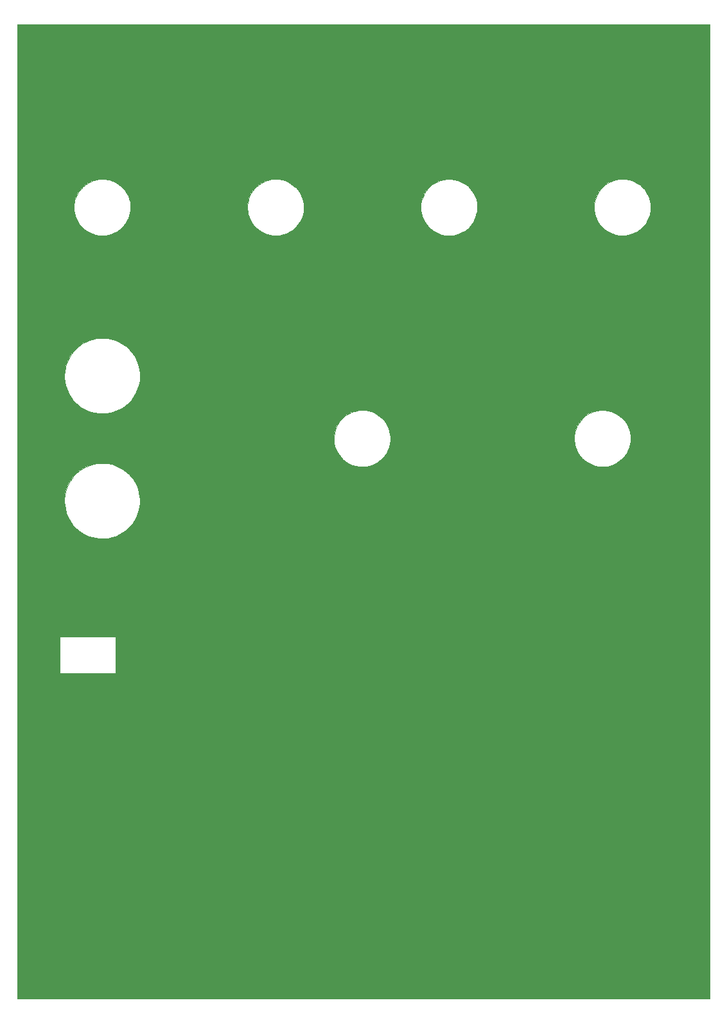
<source format=gbr>
%TF.GenerationSoftware,KiCad,Pcbnew,(5.1.6)-1*%
%TF.CreationDate,2021-02-11T15:37:54+05:30*%
%TF.ProjectId,Valance_Panel,56616c61-6e63-4655-9f50-616e656c2e6b,rev?*%
%TF.SameCoordinates,Original*%
%TF.FileFunction,Copper,L2,Bot*%
%TF.FilePolarity,Positive*%
%FSLAX46Y46*%
G04 Gerber Fmt 4.6, Leading zero omitted, Abs format (unit mm)*
G04 Created by KiCad (PCBNEW (5.1.6)-1) date 2021-02-11 15:37:54*
%MOMM*%
%LPD*%
G01*
G04 APERTURE LIST*
%TA.AperFunction,EtchedComponent*%
%ADD10C,0.010000*%
%TD*%
%TA.AperFunction,ComponentPad*%
%ADD11C,6.250000*%
%TD*%
%TA.AperFunction,ComponentPad*%
%ADD12C,5.000000*%
%TD*%
%TA.AperFunction,ComponentPad*%
%ADD13C,3.000000*%
%TD*%
%TA.AperFunction,ComponentPad*%
%ADD14C,3.200000*%
%TD*%
%TA.AperFunction,ComponentPad*%
%ADD15C,0.400000*%
%TD*%
G04 APERTURE END LIST*
D10*
%TO.C,G\u002A\u002A\u002A*%
G36*
X45650000Y-64250000D02*
G01*
X-45650000Y-64250000D01*
X-45650000Y-16525000D01*
X-40050000Y-16525000D01*
X-40050000Y-21300000D01*
X-32675000Y-21300000D01*
X-32675000Y-16525000D01*
X-40050000Y-16525000D01*
X-45650000Y-16525000D01*
X-45650000Y1221987D01*
X-39443903Y1221987D01*
X-39413158Y822239D01*
X-39331695Y337301D01*
X-39203451Y-133083D01*
X-39030232Y-586159D01*
X-38813843Y-1019174D01*
X-38556091Y-1429374D01*
X-38258782Y-1814007D01*
X-37923722Y-2170320D01*
X-37552716Y-2495559D01*
X-37147571Y-2786970D01*
X-36975409Y-2894012D01*
X-36595127Y-3096535D01*
X-36192083Y-3264029D01*
X-35761619Y-3397988D01*
X-35299080Y-3499906D01*
X-34900000Y-3559718D01*
X-34811965Y-3565557D01*
X-34685250Y-3567523D01*
X-34530993Y-3566041D01*
X-34360329Y-3561534D01*
X-34184396Y-3554426D01*
X-34014329Y-3545142D01*
X-33861265Y-3534104D01*
X-33736340Y-3521737D01*
X-33675000Y-3513101D01*
X-33181532Y-3404902D01*
X-32708065Y-3251994D01*
X-32256935Y-3056122D01*
X-31830474Y-2819031D01*
X-31431017Y-2542467D01*
X-31060898Y-2228176D01*
X-30722450Y-1877902D01*
X-30418006Y-1493391D01*
X-30149902Y-1076388D01*
X-29975521Y-746360D01*
X-29783317Y-292389D01*
X-29638518Y172556D01*
X-29540704Y645072D01*
X-29489457Y1121754D01*
X-29484355Y1599200D01*
X-29524979Y2074004D01*
X-29610909Y2542764D01*
X-29741725Y3002075D01*
X-29917007Y3448533D01*
X-30136335Y3878736D01*
X-30399289Y4289278D01*
X-30634333Y4593573D01*
X-30960572Y4951034D01*
X-31307139Y5265559D01*
X-31680576Y5542276D01*
X-32087428Y5786311D01*
X-32287500Y5888955D01*
X-32745326Y6085405D01*
X-33214397Y6233986D01*
X-33691592Y6334690D01*
X-34173786Y6387510D01*
X-34657854Y6392438D01*
X-35140674Y6349466D01*
X-35619120Y6258588D01*
X-36090069Y6119795D01*
X-36550397Y5933080D01*
X-36621361Y5899480D01*
X-37056733Y5662298D01*
X-37461025Y5387710D01*
X-37832641Y5078611D01*
X-38169990Y4737902D01*
X-38471477Y4368479D01*
X-38735509Y3973241D01*
X-38960492Y3555085D01*
X-39144833Y3116911D01*
X-39286938Y2661616D01*
X-39385214Y2192098D01*
X-39438067Y1711256D01*
X-39443903Y1221987D01*
X-45650000Y1221987D01*
X-45650000Y9479087D01*
X-3925221Y9479087D01*
X-3881985Y9051296D01*
X-3792756Y8638131D01*
X-3659117Y8242345D01*
X-3482651Y7866693D01*
X-3264938Y7513928D01*
X-3007563Y7186803D01*
X-2712107Y6888073D01*
X-2380154Y6620490D01*
X-2013285Y6386808D01*
X-1837500Y6293583D01*
X-1450135Y6127804D01*
X-1047304Y6008994D01*
X-631730Y5937547D01*
X-206138Y5913860D01*
X226750Y5938327D01*
X425000Y5965443D01*
X752891Y6037859D01*
X1091211Y6148540D01*
X1426175Y6292005D01*
X1743999Y6462773D01*
X1862500Y6537011D01*
X2198643Y6786614D01*
X2502654Y7072193D01*
X2772092Y7389564D01*
X3004517Y7734543D01*
X3197490Y8102945D01*
X3348570Y8490585D01*
X3455319Y8893280D01*
X3515295Y9306844D01*
X3520880Y9381250D01*
X3525705Y9725795D01*
X27761106Y9725795D01*
X27762511Y9481965D01*
X27774696Y9248388D01*
X27797679Y9039445D01*
X27819537Y8918538D01*
X27934365Y8496187D01*
X28086143Y8105568D01*
X28277150Y7742387D01*
X28509662Y7402348D01*
X28785958Y7081159D01*
X28804492Y7061861D01*
X29103614Y6779682D01*
X29414069Y6542291D01*
X29743351Y6344621D01*
X30098950Y6181609D01*
X30117054Y6174473D01*
X30525787Y6039129D01*
X30936561Y5952875D01*
X31352865Y5915336D01*
X31778189Y5926139D01*
X32087797Y5962986D01*
X32501097Y6052482D01*
X32898110Y6188804D01*
X33276703Y6370823D01*
X33634743Y6597410D01*
X33970097Y6867435D01*
X34179024Y7069998D01*
X34456504Y7393558D01*
X34690861Y7738628D01*
X34882187Y8101576D01*
X35030576Y8478770D01*
X35136120Y8866574D01*
X35198915Y9261358D01*
X35219052Y9659486D01*
X35196625Y10057326D01*
X35131729Y10451245D01*
X35024455Y10837609D01*
X34874898Y11212785D01*
X34683151Y11573141D01*
X34449307Y11915042D01*
X34173460Y12234856D01*
X34042921Y12363771D01*
X33716912Y12636627D01*
X33360014Y12871652D01*
X32976347Y13066715D01*
X32570031Y13219685D01*
X32200000Y13317152D01*
X32062601Y13338499D01*
X31888153Y13353674D01*
X31689190Y13362676D01*
X31478246Y13365504D01*
X31267856Y13362158D01*
X31070555Y13352638D01*
X30898877Y13336943D01*
X30775000Y13317191D01*
X30346933Y13202402D01*
X29946296Y13046056D01*
X29571388Y12847234D01*
X29220508Y12605016D01*
X28891953Y12318482D01*
X28848923Y12276062D01*
X28564196Y11961231D01*
X28324104Y11629384D01*
X28126157Y11275913D01*
X27967864Y10896209D01*
X27846734Y10485665D01*
X27821387Y10375000D01*
X27790562Y10186693D01*
X27770462Y9965498D01*
X27761106Y9725795D01*
X3525705Y9725795D01*
X3526943Y9814198D01*
X3487394Y10229400D01*
X3401333Y10631488D01*
X3267863Y11025093D01*
X3150914Y11287500D01*
X2943388Y11656646D01*
X2696893Y11997342D01*
X2415064Y12306946D01*
X2101536Y12582814D01*
X1759947Y12822306D01*
X1393932Y13022777D01*
X1007126Y13181586D01*
X603166Y13296091D01*
X315820Y13347957D01*
X109080Y13367536D01*
X-127272Y13374860D01*
X-374461Y13370281D01*
X-613716Y13354154D01*
X-826262Y13326831D01*
X-828766Y13326403D01*
X-1240208Y13231564D01*
X-1632615Y13092914D01*
X-2003300Y12913412D01*
X-2349578Y12696019D01*
X-2668764Y12443695D01*
X-2958171Y12159398D01*
X-3215115Y11846088D01*
X-3436909Y11506726D01*
X-3620869Y11144271D01*
X-3764307Y10761682D01*
X-3864540Y10361919D01*
X-3918881Y9947943D01*
X-3920881Y9918750D01*
X-3925221Y9479087D01*
X-45650000Y9479087D01*
X-45650000Y18077964D01*
X-39444716Y18077964D01*
X-39438788Y17610362D01*
X-39389198Y17149896D01*
X-39297500Y16699233D01*
X-39165247Y16261045D01*
X-38993994Y15837998D01*
X-38785292Y15432764D01*
X-38540695Y15048010D01*
X-38261756Y14686407D01*
X-37950030Y14350623D01*
X-37607068Y14043328D01*
X-37234425Y13767191D01*
X-36833653Y13524880D01*
X-36406306Y13319066D01*
X-35953938Y13152417D01*
X-35478101Y13027602D01*
X-35412500Y13014173D01*
X-35049426Y12959148D01*
X-34662637Y12931079D01*
X-34270927Y12930593D01*
X-33893086Y12958316D01*
X-33858915Y12962400D01*
X-33367180Y13048082D01*
X-32890785Y13180862D01*
X-32432238Y13359513D01*
X-31994046Y13582808D01*
X-31578716Y13849520D01*
X-31188756Y14158421D01*
X-30940650Y14390650D01*
X-30610686Y14754597D01*
X-30322596Y15142577D01*
X-30076560Y15551321D01*
X-29872756Y15977559D01*
X-29711365Y16418021D01*
X-29592566Y16869438D01*
X-29516538Y17328540D01*
X-29483460Y17792059D01*
X-29493513Y18256725D01*
X-29546874Y18719267D01*
X-29643724Y19176417D01*
X-29784242Y19624905D01*
X-29968608Y20061462D01*
X-30197001Y20482819D01*
X-30469599Y20885705D01*
X-30576722Y21023278D01*
X-30912817Y21400830D01*
X-31279088Y21738935D01*
X-31673634Y22036495D01*
X-32094552Y22292418D01*
X-32539939Y22505608D01*
X-33007895Y22674969D01*
X-33496516Y22799407D01*
X-33737500Y22842807D01*
X-33916780Y22864051D01*
X-34128707Y22878164D01*
X-34359715Y22885163D01*
X-34596237Y22885063D01*
X-34824706Y22877884D01*
X-35031557Y22863640D01*
X-35203222Y22842350D01*
X-35211427Y22840966D01*
X-35714559Y22732318D01*
X-36189452Y22583376D01*
X-36639193Y22392813D01*
X-37066867Y22159307D01*
X-37475561Y21881532D01*
X-37512500Y21853565D01*
X-37621503Y21764190D01*
X-37752410Y21647341D01*
X-37894517Y21513447D01*
X-38037119Y21372939D01*
X-38169511Y21236244D01*
X-38280990Y21113793D01*
X-38324451Y21062500D01*
X-38568172Y20734098D01*
X-38792136Y20370879D01*
X-38988836Y19986505D01*
X-39150762Y19594636D01*
X-39185001Y19496888D01*
X-39319376Y19023896D01*
X-39405430Y18550032D01*
X-39444716Y18077964D01*
X-45650000Y18077964D01*
X-45650000Y40035141D01*
X-38187534Y40035141D01*
X-38180040Y39821808D01*
X-38164955Y39628755D01*
X-38142281Y39469924D01*
X-38141004Y39463408D01*
X-38031128Y39034294D01*
X-37877579Y38628114D01*
X-37681718Y38246922D01*
X-37444909Y37892770D01*
X-37168512Y37567711D01*
X-36853890Y37273797D01*
X-36525000Y37028079D01*
X-36164682Y36816380D01*
X-35779456Y36646776D01*
X-35368000Y36518795D01*
X-34928989Y36431969D01*
X-34800000Y36414855D01*
X-34684437Y36407462D01*
X-34533239Y36406950D01*
X-34360180Y36412532D01*
X-34179035Y36423424D01*
X-34003578Y36438841D01*
X-33847583Y36457999D01*
X-33750000Y36474682D01*
X-33329916Y36584659D01*
X-32930522Y36738675D01*
X-32554728Y36934548D01*
X-32205439Y37170095D01*
X-31885563Y37443135D01*
X-31598009Y37751485D01*
X-31345684Y38092963D01*
X-31152482Y38424166D01*
X-31010813Y38726119D01*
X-30900402Y39027875D01*
X-30813528Y39351188D01*
X-30797310Y39425000D01*
X-30766764Y39616013D01*
X-30746994Y39840318D01*
X-30742374Y39966560D01*
X-15335282Y39966560D01*
X-15291148Y39550398D01*
X-15237289Y39282065D01*
X-15113733Y38867268D01*
X-14946667Y38476926D01*
X-14735779Y38110498D01*
X-14480757Y37767440D01*
X-14181289Y37447211D01*
X-14180653Y37446600D01*
X-13850223Y37163165D01*
X-13495072Y36923074D01*
X-13116361Y36726890D01*
X-12715253Y36575179D01*
X-12292910Y36468505D01*
X-12100000Y36435888D01*
X-11924485Y36418727D01*
X-11716477Y36411434D01*
X-11492422Y36413622D01*
X-11268762Y36424900D01*
X-11061942Y36444881D01*
X-10938616Y36463364D01*
X-10530805Y36561363D01*
X-10139354Y36704743D01*
X-9767674Y36890594D01*
X-9419179Y37116002D01*
X-9097282Y37378054D01*
X-8805397Y37673838D01*
X-8546936Y38000442D01*
X-8325313Y38354952D01*
X-8143940Y38734456D01*
X-8079744Y38902988D01*
X-8013012Y39104331D01*
X-7962897Y39287927D01*
X-7927347Y39466967D01*
X-7904306Y39654644D01*
X-7891720Y39864147D01*
X-7887536Y40108668D01*
X-7887500Y40137500D01*
X-7887780Y40206997D01*
X7525071Y40206997D01*
X7541267Y39801323D01*
X7600539Y39400034D01*
X7702056Y39007290D01*
X7844987Y38627246D01*
X8028500Y38264062D01*
X8251764Y37921894D01*
X8513948Y37604901D01*
X8799590Y37329765D01*
X9143735Y37065090D01*
X9509786Y36843336D01*
X9894145Y36665596D01*
X10293216Y36532968D01*
X10703401Y36446544D01*
X11121102Y36407422D01*
X11542721Y36416695D01*
X11732524Y36436917D01*
X12161710Y36518209D01*
X12569991Y36644885D01*
X12956671Y36816590D01*
X13321054Y37032972D01*
X13662442Y37293681D01*
X13934519Y37550384D01*
X14220281Y37881034D01*
X14463310Y38236476D01*
X14662443Y38614446D01*
X14816520Y39012677D01*
X14924379Y39428904D01*
X14940021Y39512500D01*
X14966397Y39717652D01*
X14980993Y39953656D01*
X14983584Y40182908D01*
X30381989Y40182908D01*
X30400473Y39771196D01*
X30463966Y39367042D01*
X30570831Y38973960D01*
X30719436Y38595462D01*
X30908146Y38235062D01*
X31135326Y37896274D01*
X31399342Y37582612D01*
X31698559Y37297589D01*
X32031344Y37044719D01*
X32396061Y36827515D01*
X32446359Y36801768D01*
X32833589Y36634073D01*
X33240587Y36508635D01*
X33655397Y36429095D01*
X33680745Y36425802D01*
X33827493Y36414238D01*
X34008438Y36410612D01*
X34208515Y36414305D01*
X34412658Y36424696D01*
X34605801Y36441167D01*
X34772880Y36463098D01*
X34827561Y36472964D01*
X35242157Y36580369D01*
X35637465Y36732081D01*
X36010405Y36925405D01*
X36357900Y37157648D01*
X36676873Y37426114D01*
X36964245Y37728110D01*
X37216938Y38060940D01*
X37431875Y38421910D01*
X37605977Y38808326D01*
X37657006Y38950000D01*
X37722005Y39156228D01*
X37770154Y39344811D01*
X37803536Y39529710D01*
X37824236Y39724883D01*
X37834337Y39944290D01*
X37836180Y40150000D01*
X37835101Y40326332D01*
X37832244Y40464238D01*
X37826567Y40575285D01*
X37817029Y40671042D01*
X37802588Y40763077D01*
X37782204Y40862958D01*
X37765289Y40937500D01*
X37643264Y41358090D01*
X37478570Y41755789D01*
X37273292Y42127919D01*
X37029517Y42471805D01*
X36749330Y42784771D01*
X36434816Y43064138D01*
X36088062Y43307232D01*
X35788792Y43473819D01*
X35550232Y43585744D01*
X35328920Y43673305D01*
X35103607Y43744046D01*
X34856651Y43804718D01*
X34678479Y43834114D01*
X34465406Y43853604D01*
X34231538Y43863184D01*
X33990983Y43862850D01*
X33757849Y43852600D01*
X33546243Y43832427D01*
X33382789Y43805121D01*
X32960615Y43688892D01*
X32561185Y43530197D01*
X32187038Y43331481D01*
X31840711Y43095189D01*
X31524742Y42823767D01*
X31241670Y42519659D01*
X30994033Y42185310D01*
X30784368Y41823167D01*
X30615215Y41435674D01*
X30489110Y41025276D01*
X30486581Y41014948D01*
X30410146Y40598663D01*
X30381989Y40182908D01*
X14983584Y40182908D01*
X14983809Y40202772D01*
X14974846Y40447259D01*
X14954103Y40669376D01*
X14940021Y40762500D01*
X14842370Y41180182D01*
X14701274Y41577149D01*
X14519543Y41950921D01*
X14299988Y42299016D01*
X14045418Y42618952D01*
X13758644Y42908247D01*
X13442476Y43164419D01*
X13099725Y43384987D01*
X12733201Y43567468D01*
X12345714Y43709380D01*
X11940075Y43808243D01*
X11519094Y43861573D01*
X11424682Y43866950D01*
X10989720Y43861771D01*
X10563437Y43807662D01*
X10148159Y43705185D01*
X9746211Y43554902D01*
X9392259Y43376086D01*
X9060059Y43158568D01*
X8747155Y42899121D01*
X8459372Y42603967D01*
X8202535Y42279328D01*
X7982470Y41931426D01*
X7907679Y41790402D01*
X7743256Y41408760D01*
X7625234Y41014874D01*
X7552783Y40612900D01*
X7525071Y40206997D01*
X-7887780Y40206997D01*
X-7888238Y40320600D01*
X-7891006Y40464597D01*
X-7896637Y40580375D01*
X-7905964Y40678817D01*
X-7919819Y40770805D01*
X-7939035Y40867223D01*
X-7945605Y40897013D01*
X-8061336Y41316136D01*
X-8214901Y41704406D01*
X-8408744Y42066289D01*
X-8645310Y42406254D01*
X-8927044Y42728768D01*
X-8974144Y42776711D01*
X-9291229Y43063210D01*
X-9628362Y43305700D01*
X-9989025Y43506070D01*
X-10376701Y43666210D01*
X-10794870Y43788010D01*
X-10868349Y43804842D01*
X-11044871Y43833990D01*
X-11256443Y43853322D01*
X-11489089Y43862840D01*
X-11728834Y43862544D01*
X-11961702Y43852437D01*
X-12173716Y43832519D01*
X-12342211Y43804701D01*
X-12757833Y43690882D01*
X-13149579Y43535857D01*
X-13515534Y43342619D01*
X-13853783Y43114157D01*
X-14162410Y42853464D01*
X-14439502Y42563530D01*
X-14683142Y42247349D01*
X-14891417Y41907910D01*
X-15062411Y41548206D01*
X-15194209Y41171227D01*
X-15284897Y40779965D01*
X-15332560Y40377412D01*
X-15335282Y39966560D01*
X-30742374Y39966560D01*
X-30738135Y40082357D01*
X-30740317Y40326568D01*
X-30753673Y40557392D01*
X-30778335Y40759268D01*
X-30785627Y40800000D01*
X-30891958Y41225622D01*
X-31041609Y41628485D01*
X-31232267Y42006266D01*
X-31461617Y42356640D01*
X-31727347Y42677283D01*
X-32027141Y42965871D01*
X-32358686Y43220079D01*
X-32719669Y43437582D01*
X-33107775Y43616058D01*
X-33520690Y43753180D01*
X-33788408Y43816463D01*
X-33944852Y43839591D01*
X-34136650Y43855034D01*
X-34349748Y43862794D01*
X-34570093Y43862872D01*
X-34783633Y43855269D01*
X-34976316Y43839986D01*
X-35134088Y43817024D01*
X-35137500Y43816344D01*
X-35567158Y43705665D01*
X-35972677Y43552241D01*
X-36351886Y43358244D01*
X-36702613Y43125847D01*
X-37022685Y42857222D01*
X-37309931Y42554539D01*
X-37562179Y42219972D01*
X-37777256Y41855692D01*
X-37952990Y41463872D01*
X-38087210Y41046682D01*
X-38141484Y40812500D01*
X-38164410Y40657436D01*
X-38179724Y40466895D01*
X-38187430Y40254817D01*
X-38187534Y40035141D01*
X-45650000Y40035141D01*
X-45650000Y64250000D01*
X45650000Y64250000D01*
X45650000Y-64250000D01*
G37*
X45650000Y-64250000D02*
X-45650000Y-64250000D01*
X-45650000Y-16525000D01*
X-40050000Y-16525000D01*
X-40050000Y-21300000D01*
X-32675000Y-21300000D01*
X-32675000Y-16525000D01*
X-40050000Y-16525000D01*
X-45650000Y-16525000D01*
X-45650000Y1221987D01*
X-39443903Y1221987D01*
X-39413158Y822239D01*
X-39331695Y337301D01*
X-39203451Y-133083D01*
X-39030232Y-586159D01*
X-38813843Y-1019174D01*
X-38556091Y-1429374D01*
X-38258782Y-1814007D01*
X-37923722Y-2170320D01*
X-37552716Y-2495559D01*
X-37147571Y-2786970D01*
X-36975409Y-2894012D01*
X-36595127Y-3096535D01*
X-36192083Y-3264029D01*
X-35761619Y-3397988D01*
X-35299080Y-3499906D01*
X-34900000Y-3559718D01*
X-34811965Y-3565557D01*
X-34685250Y-3567523D01*
X-34530993Y-3566041D01*
X-34360329Y-3561534D01*
X-34184396Y-3554426D01*
X-34014329Y-3545142D01*
X-33861265Y-3534104D01*
X-33736340Y-3521737D01*
X-33675000Y-3513101D01*
X-33181532Y-3404902D01*
X-32708065Y-3251994D01*
X-32256935Y-3056122D01*
X-31830474Y-2819031D01*
X-31431017Y-2542467D01*
X-31060898Y-2228176D01*
X-30722450Y-1877902D01*
X-30418006Y-1493391D01*
X-30149902Y-1076388D01*
X-29975521Y-746360D01*
X-29783317Y-292389D01*
X-29638518Y172556D01*
X-29540704Y645072D01*
X-29489457Y1121754D01*
X-29484355Y1599200D01*
X-29524979Y2074004D01*
X-29610909Y2542764D01*
X-29741725Y3002075D01*
X-29917007Y3448533D01*
X-30136335Y3878736D01*
X-30399289Y4289278D01*
X-30634333Y4593573D01*
X-30960572Y4951034D01*
X-31307139Y5265559D01*
X-31680576Y5542276D01*
X-32087428Y5786311D01*
X-32287500Y5888955D01*
X-32745326Y6085405D01*
X-33214397Y6233986D01*
X-33691592Y6334690D01*
X-34173786Y6387510D01*
X-34657854Y6392438D01*
X-35140674Y6349466D01*
X-35619120Y6258588D01*
X-36090069Y6119795D01*
X-36550397Y5933080D01*
X-36621361Y5899480D01*
X-37056733Y5662298D01*
X-37461025Y5387710D01*
X-37832641Y5078611D01*
X-38169990Y4737902D01*
X-38471477Y4368479D01*
X-38735509Y3973241D01*
X-38960492Y3555085D01*
X-39144833Y3116911D01*
X-39286938Y2661616D01*
X-39385214Y2192098D01*
X-39438067Y1711256D01*
X-39443903Y1221987D01*
X-45650000Y1221987D01*
X-45650000Y9479087D01*
X-3925221Y9479087D01*
X-3881985Y9051296D01*
X-3792756Y8638131D01*
X-3659117Y8242345D01*
X-3482651Y7866693D01*
X-3264938Y7513928D01*
X-3007563Y7186803D01*
X-2712107Y6888073D01*
X-2380154Y6620490D01*
X-2013285Y6386808D01*
X-1837500Y6293583D01*
X-1450135Y6127804D01*
X-1047304Y6008994D01*
X-631730Y5937547D01*
X-206138Y5913860D01*
X226750Y5938327D01*
X425000Y5965443D01*
X752891Y6037859D01*
X1091211Y6148540D01*
X1426175Y6292005D01*
X1743999Y6462773D01*
X1862500Y6537011D01*
X2198643Y6786614D01*
X2502654Y7072193D01*
X2772092Y7389564D01*
X3004517Y7734543D01*
X3197490Y8102945D01*
X3348570Y8490585D01*
X3455319Y8893280D01*
X3515295Y9306844D01*
X3520880Y9381250D01*
X3525705Y9725795D01*
X27761106Y9725795D01*
X27762511Y9481965D01*
X27774696Y9248388D01*
X27797679Y9039445D01*
X27819537Y8918538D01*
X27934365Y8496187D01*
X28086143Y8105568D01*
X28277150Y7742387D01*
X28509662Y7402348D01*
X28785958Y7081159D01*
X28804492Y7061861D01*
X29103614Y6779682D01*
X29414069Y6542291D01*
X29743351Y6344621D01*
X30098950Y6181609D01*
X30117054Y6174473D01*
X30525787Y6039129D01*
X30936561Y5952875D01*
X31352865Y5915336D01*
X31778189Y5926139D01*
X32087797Y5962986D01*
X32501097Y6052482D01*
X32898110Y6188804D01*
X33276703Y6370823D01*
X33634743Y6597410D01*
X33970097Y6867435D01*
X34179024Y7069998D01*
X34456504Y7393558D01*
X34690861Y7738628D01*
X34882187Y8101576D01*
X35030576Y8478770D01*
X35136120Y8866574D01*
X35198915Y9261358D01*
X35219052Y9659486D01*
X35196625Y10057326D01*
X35131729Y10451245D01*
X35024455Y10837609D01*
X34874898Y11212785D01*
X34683151Y11573141D01*
X34449307Y11915042D01*
X34173460Y12234856D01*
X34042921Y12363771D01*
X33716912Y12636627D01*
X33360014Y12871652D01*
X32976347Y13066715D01*
X32570031Y13219685D01*
X32200000Y13317152D01*
X32062601Y13338499D01*
X31888153Y13353674D01*
X31689190Y13362676D01*
X31478246Y13365504D01*
X31267856Y13362158D01*
X31070555Y13352638D01*
X30898877Y13336943D01*
X30775000Y13317191D01*
X30346933Y13202402D01*
X29946296Y13046056D01*
X29571388Y12847234D01*
X29220508Y12605016D01*
X28891953Y12318482D01*
X28848923Y12276062D01*
X28564196Y11961231D01*
X28324104Y11629384D01*
X28126157Y11275913D01*
X27967864Y10896209D01*
X27846734Y10485665D01*
X27821387Y10375000D01*
X27790562Y10186693D01*
X27770462Y9965498D01*
X27761106Y9725795D01*
X3525705Y9725795D01*
X3526943Y9814198D01*
X3487394Y10229400D01*
X3401333Y10631488D01*
X3267863Y11025093D01*
X3150914Y11287500D01*
X2943388Y11656646D01*
X2696893Y11997342D01*
X2415064Y12306946D01*
X2101536Y12582814D01*
X1759947Y12822306D01*
X1393932Y13022777D01*
X1007126Y13181586D01*
X603166Y13296091D01*
X315820Y13347957D01*
X109080Y13367536D01*
X-127272Y13374860D01*
X-374461Y13370281D01*
X-613716Y13354154D01*
X-826262Y13326831D01*
X-828766Y13326403D01*
X-1240208Y13231564D01*
X-1632615Y13092914D01*
X-2003300Y12913412D01*
X-2349578Y12696019D01*
X-2668764Y12443695D01*
X-2958171Y12159398D01*
X-3215115Y11846088D01*
X-3436909Y11506726D01*
X-3620869Y11144271D01*
X-3764307Y10761682D01*
X-3864540Y10361919D01*
X-3918881Y9947943D01*
X-3920881Y9918750D01*
X-3925221Y9479087D01*
X-45650000Y9479087D01*
X-45650000Y18077964D01*
X-39444716Y18077964D01*
X-39438788Y17610362D01*
X-39389198Y17149896D01*
X-39297500Y16699233D01*
X-39165247Y16261045D01*
X-38993994Y15837998D01*
X-38785292Y15432764D01*
X-38540695Y15048010D01*
X-38261756Y14686407D01*
X-37950030Y14350623D01*
X-37607068Y14043328D01*
X-37234425Y13767191D01*
X-36833653Y13524880D01*
X-36406306Y13319066D01*
X-35953938Y13152417D01*
X-35478101Y13027602D01*
X-35412500Y13014173D01*
X-35049426Y12959148D01*
X-34662637Y12931079D01*
X-34270927Y12930593D01*
X-33893086Y12958316D01*
X-33858915Y12962400D01*
X-33367180Y13048082D01*
X-32890785Y13180862D01*
X-32432238Y13359513D01*
X-31994046Y13582808D01*
X-31578716Y13849520D01*
X-31188756Y14158421D01*
X-30940650Y14390650D01*
X-30610686Y14754597D01*
X-30322596Y15142577D01*
X-30076560Y15551321D01*
X-29872756Y15977559D01*
X-29711365Y16418021D01*
X-29592566Y16869438D01*
X-29516538Y17328540D01*
X-29483460Y17792059D01*
X-29493513Y18256725D01*
X-29546874Y18719267D01*
X-29643724Y19176417D01*
X-29784242Y19624905D01*
X-29968608Y20061462D01*
X-30197001Y20482819D01*
X-30469599Y20885705D01*
X-30576722Y21023278D01*
X-30912817Y21400830D01*
X-31279088Y21738935D01*
X-31673634Y22036495D01*
X-32094552Y22292418D01*
X-32539939Y22505608D01*
X-33007895Y22674969D01*
X-33496516Y22799407D01*
X-33737500Y22842807D01*
X-33916780Y22864051D01*
X-34128707Y22878164D01*
X-34359715Y22885163D01*
X-34596237Y22885063D01*
X-34824706Y22877884D01*
X-35031557Y22863640D01*
X-35203222Y22842350D01*
X-35211427Y22840966D01*
X-35714559Y22732318D01*
X-36189452Y22583376D01*
X-36639193Y22392813D01*
X-37066867Y22159307D01*
X-37475561Y21881532D01*
X-37512500Y21853565D01*
X-37621503Y21764190D01*
X-37752410Y21647341D01*
X-37894517Y21513447D01*
X-38037119Y21372939D01*
X-38169511Y21236244D01*
X-38280990Y21113793D01*
X-38324451Y21062500D01*
X-38568172Y20734098D01*
X-38792136Y20370879D01*
X-38988836Y19986505D01*
X-39150762Y19594636D01*
X-39185001Y19496888D01*
X-39319376Y19023896D01*
X-39405430Y18550032D01*
X-39444716Y18077964D01*
X-45650000Y18077964D01*
X-45650000Y40035141D01*
X-38187534Y40035141D01*
X-38180040Y39821808D01*
X-38164955Y39628755D01*
X-38142281Y39469924D01*
X-38141004Y39463408D01*
X-38031128Y39034294D01*
X-37877579Y38628114D01*
X-37681718Y38246922D01*
X-37444909Y37892770D01*
X-37168512Y37567711D01*
X-36853890Y37273797D01*
X-36525000Y37028079D01*
X-36164682Y36816380D01*
X-35779456Y36646776D01*
X-35368000Y36518795D01*
X-34928989Y36431969D01*
X-34800000Y36414855D01*
X-34684437Y36407462D01*
X-34533239Y36406950D01*
X-34360180Y36412532D01*
X-34179035Y36423424D01*
X-34003578Y36438841D01*
X-33847583Y36457999D01*
X-33750000Y36474682D01*
X-33329916Y36584659D01*
X-32930522Y36738675D01*
X-32554728Y36934548D01*
X-32205439Y37170095D01*
X-31885563Y37443135D01*
X-31598009Y37751485D01*
X-31345684Y38092963D01*
X-31152482Y38424166D01*
X-31010813Y38726119D01*
X-30900402Y39027875D01*
X-30813528Y39351188D01*
X-30797310Y39425000D01*
X-30766764Y39616013D01*
X-30746994Y39840318D01*
X-30742374Y39966560D01*
X-15335282Y39966560D01*
X-15291148Y39550398D01*
X-15237289Y39282065D01*
X-15113733Y38867268D01*
X-14946667Y38476926D01*
X-14735779Y38110498D01*
X-14480757Y37767440D01*
X-14181289Y37447211D01*
X-14180653Y37446600D01*
X-13850223Y37163165D01*
X-13495072Y36923074D01*
X-13116361Y36726890D01*
X-12715253Y36575179D01*
X-12292910Y36468505D01*
X-12100000Y36435888D01*
X-11924485Y36418727D01*
X-11716477Y36411434D01*
X-11492422Y36413622D01*
X-11268762Y36424900D01*
X-11061942Y36444881D01*
X-10938616Y36463364D01*
X-10530805Y36561363D01*
X-10139354Y36704743D01*
X-9767674Y36890594D01*
X-9419179Y37116002D01*
X-9097282Y37378054D01*
X-8805397Y37673838D01*
X-8546936Y38000442D01*
X-8325313Y38354952D01*
X-8143940Y38734456D01*
X-8079744Y38902988D01*
X-8013012Y39104331D01*
X-7962897Y39287927D01*
X-7927347Y39466967D01*
X-7904306Y39654644D01*
X-7891720Y39864147D01*
X-7887536Y40108668D01*
X-7887500Y40137500D01*
X-7887780Y40206997D01*
X7525071Y40206997D01*
X7541267Y39801323D01*
X7600539Y39400034D01*
X7702056Y39007290D01*
X7844987Y38627246D01*
X8028500Y38264062D01*
X8251764Y37921894D01*
X8513948Y37604901D01*
X8799590Y37329765D01*
X9143735Y37065090D01*
X9509786Y36843336D01*
X9894145Y36665596D01*
X10293216Y36532968D01*
X10703401Y36446544D01*
X11121102Y36407422D01*
X11542721Y36416695D01*
X11732524Y36436917D01*
X12161710Y36518209D01*
X12569991Y36644885D01*
X12956671Y36816590D01*
X13321054Y37032972D01*
X13662442Y37293681D01*
X13934519Y37550384D01*
X14220281Y37881034D01*
X14463310Y38236476D01*
X14662443Y38614446D01*
X14816520Y39012677D01*
X14924379Y39428904D01*
X14940021Y39512500D01*
X14966397Y39717652D01*
X14980993Y39953656D01*
X14983584Y40182908D01*
X30381989Y40182908D01*
X30400473Y39771196D01*
X30463966Y39367042D01*
X30570831Y38973960D01*
X30719436Y38595462D01*
X30908146Y38235062D01*
X31135326Y37896274D01*
X31399342Y37582612D01*
X31698559Y37297589D01*
X32031344Y37044719D01*
X32396061Y36827515D01*
X32446359Y36801768D01*
X32833589Y36634073D01*
X33240587Y36508635D01*
X33655397Y36429095D01*
X33680745Y36425802D01*
X33827493Y36414238D01*
X34008438Y36410612D01*
X34208515Y36414305D01*
X34412658Y36424696D01*
X34605801Y36441167D01*
X34772880Y36463098D01*
X34827561Y36472964D01*
X35242157Y36580369D01*
X35637465Y36732081D01*
X36010405Y36925405D01*
X36357900Y37157648D01*
X36676873Y37426114D01*
X36964245Y37728110D01*
X37216938Y38060940D01*
X37431875Y38421910D01*
X37605977Y38808326D01*
X37657006Y38950000D01*
X37722005Y39156228D01*
X37770154Y39344811D01*
X37803536Y39529710D01*
X37824236Y39724883D01*
X37834337Y39944290D01*
X37836180Y40150000D01*
X37835101Y40326332D01*
X37832244Y40464238D01*
X37826567Y40575285D01*
X37817029Y40671042D01*
X37802588Y40763077D01*
X37782204Y40862958D01*
X37765289Y40937500D01*
X37643264Y41358090D01*
X37478570Y41755789D01*
X37273292Y42127919D01*
X37029517Y42471805D01*
X36749330Y42784771D01*
X36434816Y43064138D01*
X36088062Y43307232D01*
X35788792Y43473819D01*
X35550232Y43585744D01*
X35328920Y43673305D01*
X35103607Y43744046D01*
X34856651Y43804718D01*
X34678479Y43834114D01*
X34465406Y43853604D01*
X34231538Y43863184D01*
X33990983Y43862850D01*
X33757849Y43852600D01*
X33546243Y43832427D01*
X33382789Y43805121D01*
X32960615Y43688892D01*
X32561185Y43530197D01*
X32187038Y43331481D01*
X31840711Y43095189D01*
X31524742Y42823767D01*
X31241670Y42519659D01*
X30994033Y42185310D01*
X30784368Y41823167D01*
X30615215Y41435674D01*
X30489110Y41025276D01*
X30486581Y41014948D01*
X30410146Y40598663D01*
X30381989Y40182908D01*
X14983584Y40182908D01*
X14983809Y40202772D01*
X14974846Y40447259D01*
X14954103Y40669376D01*
X14940021Y40762500D01*
X14842370Y41180182D01*
X14701274Y41577149D01*
X14519543Y41950921D01*
X14299988Y42299016D01*
X14045418Y42618952D01*
X13758644Y42908247D01*
X13442476Y43164419D01*
X13099725Y43384987D01*
X12733201Y43567468D01*
X12345714Y43709380D01*
X11940075Y43808243D01*
X11519094Y43861573D01*
X11424682Y43866950D01*
X10989720Y43861771D01*
X10563437Y43807662D01*
X10148159Y43705185D01*
X9746211Y43554902D01*
X9392259Y43376086D01*
X9060059Y43158568D01*
X8747155Y42899121D01*
X8459372Y42603967D01*
X8202535Y42279328D01*
X7982470Y41931426D01*
X7907679Y41790402D01*
X7743256Y41408760D01*
X7625234Y41014874D01*
X7552783Y40612900D01*
X7525071Y40206997D01*
X-7887780Y40206997D01*
X-7888238Y40320600D01*
X-7891006Y40464597D01*
X-7896637Y40580375D01*
X-7905964Y40678817D01*
X-7919819Y40770805D01*
X-7939035Y40867223D01*
X-7945605Y40897013D01*
X-8061336Y41316136D01*
X-8214901Y41704406D01*
X-8408744Y42066289D01*
X-8645310Y42406254D01*
X-8927044Y42728768D01*
X-8974144Y42776711D01*
X-9291229Y43063210D01*
X-9628362Y43305700D01*
X-9989025Y43506070D01*
X-10376701Y43666210D01*
X-10794870Y43788010D01*
X-10868349Y43804842D01*
X-11044871Y43833990D01*
X-11256443Y43853322D01*
X-11489089Y43862840D01*
X-11728834Y43862544D01*
X-11961702Y43852437D01*
X-12173716Y43832519D01*
X-12342211Y43804701D01*
X-12757833Y43690882D01*
X-13149579Y43535857D01*
X-13515534Y43342619D01*
X-13853783Y43114157D01*
X-14162410Y42853464D01*
X-14439502Y42563530D01*
X-14683142Y42247349D01*
X-14891417Y41907910D01*
X-15062411Y41548206D01*
X-15194209Y41171227D01*
X-15284897Y40779965D01*
X-15332560Y40377412D01*
X-15335282Y39966560D01*
X-30742374Y39966560D01*
X-30738135Y40082357D01*
X-30740317Y40326568D01*
X-30753673Y40557392D01*
X-30778335Y40759268D01*
X-30785627Y40800000D01*
X-30891958Y41225622D01*
X-31041609Y41628485D01*
X-31232267Y42006266D01*
X-31461617Y42356640D01*
X-31727347Y42677283D01*
X-32027141Y42965871D01*
X-32358686Y43220079D01*
X-32719669Y43437582D01*
X-33107775Y43616058D01*
X-33520690Y43753180D01*
X-33788408Y43816463D01*
X-33944852Y43839591D01*
X-34136650Y43855034D01*
X-34349748Y43862794D01*
X-34570093Y43862872D01*
X-34783633Y43855269D01*
X-34976316Y43839986D01*
X-35134088Y43817024D01*
X-35137500Y43816344D01*
X-35567158Y43705665D01*
X-35972677Y43552241D01*
X-36351886Y43358244D01*
X-36702613Y43125847D01*
X-37022685Y42857222D01*
X-37309931Y42554539D01*
X-37562179Y42219972D01*
X-37777256Y41855692D01*
X-37952990Y41463872D01*
X-38087210Y41046682D01*
X-38141484Y40812500D01*
X-38164410Y40657436D01*
X-38179724Y40466895D01*
X-38187430Y40254817D01*
X-38187534Y40035141D01*
X-45650000Y40035141D01*
X-45650000Y64250000D01*
X45650000Y64250000D01*
X45650000Y-64250000D01*
%TD*%
D11*
%TO.P,,1*%
%TO.N,N/C*%
X-36364001Y-32243896D03*
%TD*%
%TO.P,,2*%
%TO.N,N/C*%
X-21759551Y-32243896D03*
%TD*%
%TO.P,,3*%
%TO.N,N/C*%
X-7155101Y-32243896D03*
%TD*%
%TO.P,,4*%
%TO.N,N/C*%
X7449345Y-32243896D03*
%TD*%
%TO.P,,5*%
%TO.N,N/C*%
X22055176Y-32243896D03*
%TD*%
%TO.P,,6*%
%TO.N,N/C*%
X36661004Y-32243896D03*
%TD*%
%TO.P,,7*%
%TO.N,N/C*%
X-36364001Y-46849660D03*
%TD*%
%TO.P,,8*%
%TO.N,N/C*%
X-21759551Y-46849660D03*
%TD*%
%TO.P,,9*%
%TO.N,N/C*%
X-7155101Y-46849660D03*
%TD*%
%TO.P,,10*%
%TO.N,N/C*%
X7449345Y-46849660D03*
%TD*%
%TO.P,,11*%
%TO.N,N/C*%
X22055176Y-46849660D03*
%TD*%
%TO.P,,12*%
%TO.N,N/C*%
X36661004Y-46849660D03*
%TD*%
D12*
%TO.P,,13*%
%TO.N,N/C*%
X-174888Y19180145D03*
%TD*%
D13*
%TO.P,,14*%
%TO.N,N/C*%
X-34464612Y28710621D03*
%TD*%
%TO.P,,15*%
%TO.N,N/C*%
X-11604335Y28710621D03*
%TD*%
%TO.P,,16*%
%TO.N,N/C*%
X11255940Y28710621D03*
%TD*%
%TO.P,,17*%
%TO.N,N/C*%
X34116211Y28710621D03*
%TD*%
D14*
%TO.P,,18*%
%TO.N,N/C*%
X-38150000Y61250001D03*
%TD*%
%TO.P,,19*%
%TO.N,N/C*%
X38049996Y61250001D03*
%TD*%
%TO.P,,20*%
%TO.N,N/C*%
X-38150000Y-61250000D03*
%TD*%
%TO.P,,21*%
%TO.N,N/C*%
X38049996Y-61250000D03*
%TD*%
D12*
%TO.P,,22*%
%TO.N,N/C*%
X-23033784Y9660698D03*
%TD*%
D15*
%TO.P,,23*%
%TO.N,N/C*%
X-17684207Y-58882500D03*
%TD*%
%TO.P,,24*%
%TO.N,N/C*%
X-20184207Y-58882500D03*
%TD*%
%TO.P,,25*%
%TO.N,N/C*%
X-18934207Y-60632500D03*
%TD*%
%TO.P,,26*%
%TO.N,N/C*%
X-20184207Y-62132500D03*
%TD*%
%TO.P,,27*%
%TO.N,N/C*%
X-18934207Y-62132500D03*
%TD*%
%TO.P,,28*%
%TO.N,N/C*%
X-17684207Y-62132500D03*
%TD*%
M02*

</source>
